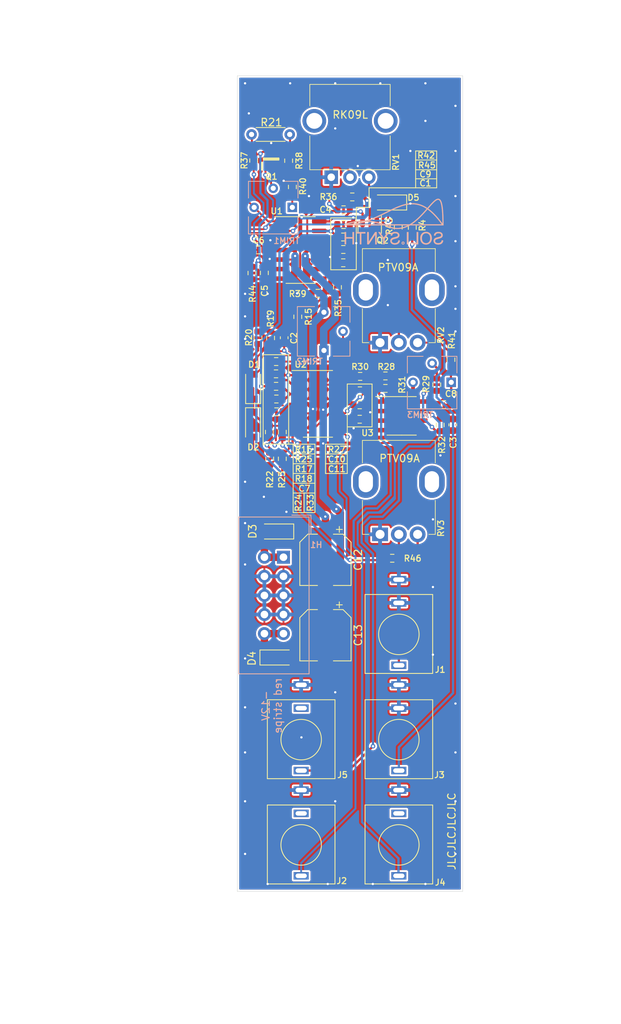
<source format=kicad_pcb>
(kicad_pcb (version 20211014) (generator pcbnew)
  (layers (0 "F.Cu" signal) (31 "B.Cu" signal) (34 "B.Paste" user) (35 "F.Paste" user) (36 "B.SilkS" user "B.Silkscreen") (37 "F.SilkS" user "F.Silkscreen") (38 "B.Mask" user) (39 "F.Mask" user) (44 "Edge.Cuts" user))
  (net 0 "")
  (net 1 "Net-(C1-Pad1)")
  (net 2 "Net-(C1-Pad2)")
  (net 3 "GND")
  (net 4 "+12V")
  (net 5 "-12V")
  (net 6 "Net-(D3-Pad2)")
  (net 7 "Net-(D4-Pad1)")
  (net 8 "SAWTOOTH")
  (net 9 "SQUARE")
  (net 10 "TRIANGLE")
  (net 11 "Net-(D1-Pad1)")
  (net 12 "Net-(D2-Pad2)")
  (net 13 "Net-(J1-Pad3)")
  (net 14 "Net-(J3-Pad3)")
  (net 15 "Net-(R21-Pad2)")
  (net 19 "Net-(Q1-Pad1)")
  (net 20 "Net-(Q1-Pad2)")
  (net 21 "/+5V")
  (net 22 "Net-(R17-Pad2)")
  (net 23 "Net-(C2-Pad1)")
  (net 24 "Net-(C2-Pad2)")
  (net 25 "Net-(C3-Pad1)")
  (net 26 "Net-(C4-Pad1)")
  (net 27 "Net-(C4-Pad2)")
  (net 28 "Net-(C5-Pad1)")
  (net 29 "Net-(C5-Pad2)")
  (net 30 "Net-(R36-Pad2)")
  (net 31 "Net-(R38-Pad1)")
  (net 32 "Net-(R40-Pad1)")
  (net 33 "Net-(R41-Pad2)")
  (net 34 "Net-(R43-Pad1)")
  (net 35 "Net-(R46-Pad1)")
  (net 36 "Net-(R15-Pad1)")
  (net 37 "Net-(R15-Pad2)")
  (net 38 "Net-(R22-Pad2)")
  (net 39 "Net-(R21-Pad1)")
  (net 40 "Net-(R31-Pad1)")
  (net 41 "Net-(TRIM3-Pad2)")
  (net 42 "Net-(U2-Pad12)")
  (net 43 "Net-(R28-Pad1)")
  (net 44 "Net-(TRIM2-Pad2)")
  (footprint "passive_parts:C_0603_1608Metric" (layer "F.Cu") (at 114.14 49.33)
    (fp_text reference "C4")
    (fp_text value "360p" hide)
  )
  (footprint "passive_parts:C_0603_1608Metric" (layer "F.Cu") (at 103.6 57.725 -90)
    (fp_text reference "C5")
    (fp_text value "100p" hide)
  )
  (footprint "passive_parts:C_0603_1608Metric" (layer "F.Cu") (at 127.49 75.24)
    (fp_text reference "C8")
    (fp_text value "100n" hide)
  )
  (footprint "passive_parts:C_0603_1608Metric" (layer "F.Cu") (at 114.11 54.61 180)
    (fp_text reference "C9")
    (fp_text value "100n" hide)
  )
  (footprint "passive_parts:C_0603_1608Metric" (layer "F.Cu") (at 116.29 75.27 180)
    (fp_text reference "C10")
    (fp_text value "100n" hide)
  )
  (footprint "passive_parts:C_0603_1608Metric" (layer "F.Cu") (at 116.29 77.19)
    (fp_text reference "C11")
    (fp_text value "100n" hide)
  )
  (footprint "passive_parts:CP_Elec_6.3x5.4" (layer "F.Cu") (at 111.73 105.92 -90)
    (fp_text reference "C13")
    (fp_text value "47u")
  )
  (footprint "Diode_SMD:D_SOD-123" (layer "F.Cu") (at 105.26 92.12 180)
    (fp_text reference "D3")
    (fp_text value "D")
  )
  (footprint "Diode_SMD:D_SOD-123" (layer "F.Cu") (at 105.26 108.88)
    (fp_text reference "D4")
    (fp_text value "D")
  )
  (footprint "passive_parts:CP_Elec_6.3x5.4" (layer "F.Cu") (at 111.73 95.89 -90)
    (fp_text reference "C12")
    (fp_text value "47u")
  )
  (footprint "passive_parts:C_0603_1608Metric" (layer "F.Cu") (at 105.21 76.2 180)
    (fp_text reference "C7")
    (fp_text value "100n" hide)
  )
  (footprint "passive_parts:C_0603_1608Metric" (layer "F.Cu") (at 128.68 77.93 90)
    (fp_text reference "C3")
    (fp_text value "18p")
  )
  (footprint "passive_parts:C_0603_1608Metric" (layer "F.Cu") (at 114.1 56.38)
    (fp_text reference "C1")
    (fp_text value "33n" hide)
  )
  (footprint "ic_packages:SOT-23" (layer "F.Cu") (at 117.62 51.81 -90)
    (fp_text reference "Q2")
    (fp_text value "MMBFJ111")
  )
  (footprint "passive_parts:C_0603_1608Metric" (layer "F.Cu") (at 102.77 54.665 180)
    (fp_text reference "C6")
    (fp_text value "100n" hide)
  )
  (footprint "passive_parts:R_0603_1608Metric" (layer "F.Cu") (at 105.99 82.45 -90)
    (fp_text reference "R23")
    (fp_text value "10k" hide)
  )
  (footprint "ic_packages:SOIC-14_3.9x8.7mm_P1.27mm" (layer "F.Cu") (at 108.43 54.68)
    (fp_text reference "U1")
    (fp_text value "TL074")
  )
  (footprint "passive_parts:R_0603_1608Metric" (layer "F.Cu") (at 113.33 59.64 -90)
    (fp_text reference "R35")
    (fp_text value "680R" hide)
  )
  (footprint "passive_parts:R_0603_1608Metric" (layer "F.Cu") (at 121.42 51.66 90)
    (fp_text reference "R43")
    (fp_text value "100k" hide)
  )
  (footprint "ic_packages:SOD-123" (layer "F.Cu") (at 102.1 77.91 -90)
    (fp_text reference "D2")
    (fp_text value "1N5819HW-7-F" hide)
  )
  (footprint "passive_parts:R_0603_1608Metric" (layer "F.Cu") (at 120.62 95.68 180)
    (fp_text reference "R46")
    (fp_text value "560k" hide)
  )
  (footprint "passive_parts:R_0603_1608Metric" (layer "F.Cu") (at 107.33 46.29 90)
    (fp_text reference "R40")
    (fp_text value "390R" hide)
  )
  (footprint "passive_parts:R_0603_1608Metric" (layer "F.Cu") (at 116.32 73.41 180)
    (fp_text reference "R27")
    (fp_text value "2k2" hide)
  )
  (footprint "ic_packages:SOD-123" (layer "F.Cu") (at 120.29 48.36 180)
    (fp_text reference "D5")
    (fp_text value "1N5819HW-7-F" hide)
  )
  (footprint "potentiometers:PTV09A" (layer "F.Cu") (at 121.5 85.5)
    (fp_text reference "RV3")
    (fp_text value "PTV09A-4025U-B103" hide)
  )
  (footprint "passive_parts:R_0603_1608Metric" (layer "F.Cu") (at 101.95 57.745 -90)
    (fp_text reference "R44")
    (fp_text value "10k" hide)
  )
  (footprint "passive_parts:R_0603_1608Metric" (layer "F.Cu") (at 106.83 42.8 90)
    (fp_text reference "R38")
    (fp_text value "100k" hide)
  )
  (footprint "audio_jacks:WQP-PJ398SM" (layer "F.Cu") (at 108.5 119 180)
    (fp_text reference "J5")
    (fp_text value "Thonkiconn")
  )
  (footprint "passive_parts:R_0603_1608Metric" (layer "F.Cu") (at 105.16 72.81)
    (fp_text reference "R17")
    (fp_text value "20k" hide)
  )
  (footprint "passive_parts:C_0603_1608Metric" (layer "F.Cu") (at 106.24 66.35 90)
    (fp_text reference "C2")
    (fp_text value "33n")
  )
  (footprint "passive_parts:R_0603_1608Metric" (layer "F.Cu") (at 123.29 51.7 90)
    (fp_text reference "R4")
    (fp_text value "100k" hide)
  )
  (footprint "passive_parts:R_0603_1608Metric" (layer "F.Cu") (at 105.99 78.89 -90)
    (fp_text reference "R33")
    (fp_text value "10k" hide)
  )
  (footprint "audio_jacks:WQP-PJ398SM" (layer "F.Cu") (at 121.5 133 180)
    (fp_text reference "J4")
    (fp_text value "Thonkiconn")
  )
  (footprint "Resistor_THT:R_Axial_DIN0204_L3.6mm_D1.6mm_P5.08mm_Horizontal" (layer "F.Cu") (at 106.975288 39.306394 180)
    (fp_text reference "R21")
    (fp_text value "R")
  )
  (footprint "passive_parts:R_0603_1608Metric" (layer "F.Cu") (at 104.43 66.38 -90)
    (fp_text reference "R19")
    (fp_text value "1k" hide)
  )
  (footprint "passive_parts:R_0603_1608Metric" (layer "F.Cu") (at 102.75 66.35 -90)
    (fp_text reference "R20")
    (fp_text value "1k" hide)
  )
  (footprint "passive_parts:R_0603_1608Metric" (layer "F.Cu") (at 115.3 47.62 180)
    (fp_text reference "R36")
    (fp_text value "1k" hide)
  )
  (footprint "passive_parts:R_0603_1608Metric" (layer "F.Cu") (at 127 77.95 90)
    (fp_text reference "R32")
    (fp_text value "20k" hide)
  )
  (footprint "ic_packages:SOIC-14_3.9x8.7mm_P1.27mm" (layer "F.Cu") (at 110.73 75.14)
    (fp_text reference "U2")
    (fp_text value "TL074")
  )
  (footprint "passive_parts:R_0603_1608Metric" (layer "F.Cu") (at 104.31 82.45 -90)
    (fp_text reference "R22")
    (fp_text value "10k" hide)
  )
  (footprint "passive_parts:R_0603_1608Metric" (layer "F.Cu") (at 128.43 69.27 90)
    (fp_text reference "R41")
    (fp_text value "100k" hide)
  )
  (footprint "audio_jacks:WQP-PJ398SM" (layer "F.Cu") (at 108.5 133 180)
    (fp_text reference "J2")
    (fp_text value "Thonkiconn")
  )
  (footprint "passive_parts:R_0603_1608Metric" (layer "F.Cu") (at 108.05 63.56 -90)
    (fp_text reference "R15")
    (fp_text value "10k" hide)
  )
  (footprint "potentiometers:RK09L" (layer "F.Cu") (at 115 37.5)
    (fp_text reference "RV1")
    (fp_text value "RK09L1140A66" hide)
  )
  (footprint "passive_parts:R_0603_1608Metric" (layer "F.Cu") (at 105.17 69.52 180)
    (fp_text reference "R16")
    (fp_text value "30k" hide)
  )
  (footprint "passive_parts:R_0603_1608Metric" (layer "F.Cu") (at 105.2 74.5)
    (fp_text reference "R18")
    (fp_text value "10k" hide)
  )
  (footprint "passive_parts:R_0603_1608Metric" (layer "F.Cu") (at 105.15 71.15)
    (fp_text reference "R25")
    (fp_text value "20k" hide)
  )
  (footprint "passive_parts:R_0603_1608Metric" (layer "F.Cu") (at 116.35 71.49 180)
    (fp_text reference "R30")
    (fp_text value "2M2" hide)
  )
  (footprint "audio_jacks:WQP-PJ398SM" (layer "F.Cu") (at 121.5 105 180)
    (fp_text reference "J1")
    (fp_text value "Thonkiconn")
  )
  (footprint "passive_parts:R_0603_1608Metric" (layer "F.Cu") (at 119.71 71.43)
    (fp_text reference "R28")
    (fp_text value "20k" hide)
  )
  (footprint "audio_jacks:WQP-PJ398SM" (layer "F.Cu") (at 121.5 119 180)
    (fp_text reference "J3")
    (fp_text value "Thonkiconn")
  )
  (footprint "passive_parts:R_0603_1608Metric" (layer "F.Cu") (at 126.55 72.59 90)
    (fp_text reference "R29")
    (fp_text value "1M" hide)
  )
  (footprint "passive_parts:R_0603_1608Metric" (layer "F.Cu") (at 114.11 52.95)
    (fp_text reference "R45")
    (fp_text value "7k5" hide)
  )
  (footprint "ic_packages:SOIC-8_3.9x4.9mm_P1.27mm" (layer "F.Cu") (at 121.87 76.74)
    (fp_text reference "U3")
    (fp_text value "TL072")
  )
  (footprint "passive_parts:R_0603_1608Metric" (layer "F.Cu") (at 119.71 73.09 180)
    (fp_text reference "R31")
    (fp_text value "8k2" hide)
  )
  (footprint "passive_parts:R_0603_1608Metric" (layer "F.Cu") (at 104.27 78.89 -90)
    (fp_text reference "R24")
    (fp_text value "18k" hide)
  )
  (footprint "passive_parts:R_0603_1608Metric" (layer "F.Cu") (at 102.18 42.78 90)
    (fp_text reference "R37")
    (fp_text value "1M" hide)
  )
  (footprint "ic_packages:SOD-123" (layer "F.Cu") (at 102.11 72.86 90)
    (fp_text reference "D1")
    (fp_text value "1N5819HW-7-F" hide)
  )
  (footprint "ic_packages:SOT65P210X110-6N" (layer "F.Cu") (at 104.5 42.58 90)
    (fp_text reference "Q1")
    (fp_text value "BCM847BS,115" hide)
  )
  (footprint "potentiometers:PTV09A" (layer "F.Cu") (at 121.5 60)
    (fp_text reference "RV2")
    (fp_text value "PTV09A-4025U-B103" hide)
  )
  (footprint "passive_parts:R_0603_1608Metric" (layer "F.Cu") (at 114.14 51.3 180)
    (fp_text reference "R42")
    (fp_text value "10k" hide)
  )
  (footprint "passive_parts:R_0603_1608Metric" (layer "F.Cu") (at 110.71 60.44 180)
    (fp_text reference "R39")
    (fp_text value "15k" hide)
  )
  (footprint "potentiometers:3362P" (layer "B.Cu") (at 104.98 49.04 180)
    (fp_text reference "TRIM1")
    (fp_text value "3362P-1-101LF")
  )
  (footprint "connectors:Modular_Power_Header_2x05_P2.54mm_Vertical" (layer "B.Cu") (at 106.145 95.545 180)
    (fp_text reference "H1")
    (fp_text value "PINHEADER_02x05")
  )
  (footprint "logos:solisynth_13mm_4000DPI" (layer "B.Cu") (at 120.835288 50.906394 180)
    (fp_text reference "G***" hide)
    (fp_text value "LOGO" hide)
  )
  (footprint "potentiometers:3362P" (layer "B.Cu") (at 111.5 65.7 90)
    (fp_text reference "TRIM2")
    (fp_text value "3362P-1-104LF")
  )
  (footprint "potentiometers:3362P" (layer "B.Cu") (at 126.13 72.31 180)
    (fp_text reference "TRIM3")
    (fp_text value "3362P-1-104LF")
  )
  (gr_line (start 117.535288 49.006394) (end 117.535288 46.406394) (layer "F.SilkS") (width 0.12))
  (gr_line (start 111.735288 84.406394) (end 114.635288 84.406394) (layer "F.SilkS") (width 0.12))
  (gr_line (start 123.735288 42.706394) (end 126.535288 42.706394) (layer "F.SilkS") (width 0.12))
  (gr_line (start 117.935288 72.506394) (end 114.635288 72.506394) (layer "F.SilkS") (width 0.12))
  (gr_line (start 108.885288 87.006394) (end 108.885288 89.606394) (layer "F.SilkS") (width 0.12))
  (gr_line (start 114.635288 78.206394) (end 117.935288 78.206394) (layer "F.SilkS") (width 0.12))
  (gr_line (start 112.435288 57.306394) (end 115.835288 57.306394) (layer "F.SilkS") (width 0.12))
  (gr_line (start 117.935288 78.206394) (end 117.935288 72.506394) (layer "F.SilkS") (width 0.12))
  (gr_line (start 114.635288 78.206394) (end 114.635288 80.506394) (layer "F.SilkS") (width 0.12))
  (gr_line (start 111.735288 80.506394) (end 114.635288 80.506394) (layer "F.SilkS") (width 0.12))
  (gr_line (start 117.535288 49.006394) (end 115.835288 49.006394) (layer "F.SilkS") (width 0.12))
  (gr_line (start 107.435288 83.106394) (end 110.335288 83.106394) (layer "F.SilkS") (width 0.12))
  (gr_line (start 114.635288 72.506394) (end 114.635288 78.206394) (layer "F.SilkS") (width 0.12))
  (gr_line (start 107.435288 81.806394) (end 110.335288 81.806394) (layer "F.SilkS") (width 0.12))
  (gr_line (start 123.735288 46.406394) (end 123.735288 41.506394) (layer "F.SilkS") (width 0.12))
  (gr_line (start 111.735288 83.106394) (end 114.635288 83.106394) (layer "F.SilkS") (width 0.12))
  (gr_line (start 110.335288 80.506394) (end 110.335288 89.606394) (layer "F.SilkS") (width 0.12))
  (gr_line (start 112.435288 50.406394) (end 112.435288 57.306394) (layer "F.SilkS") (width 0.12))
  (gr_line (start 114.635288 80.506394) (end 114.635288 84.406394) (layer "F.SilkS") (width 0.12))
  (gr_line (start 107.435288 87.006394) (end 110.335288 87.006394) (layer "F.SilkS") (width 0.12))
  (gr_line (start 106.835288 80.506394) (end 106.835288 68.606394) (layer "F.SilkS") (width 0.12))
  (gr_line (start 115.835288 50.406394) (end 112.435288 50.406394) (layer "F.SilkS") (width 0.12))
  (gr_line (start 123.735288 41.506394) (end 126.535288 41.506394) (layer "F.SilkS") (width 0.12))
  (gr_line (start 107.435288 84.406394) (end 110.335288 84.406394) (layer "F.SilkS") (width 0.12))
  (gr_line (start 126.535288 41.506394) (end 126.535288 46.406394) (layer "F.SilkS") (width 0.12))
  (gr_line (start 111.735288 81.806394) (end 114.635288 81.806394) (layer "F.SilkS") (width 0.12))
  (gr_line (start 106.835288 80.506394) (end 107.435288 80.506394) (layer "F.SilkS") (width 0.12))
  (gr_line (start 126.535288 46.406394) (end 123.735288 46.406394) (layer "F.SilkS") (width 0.12))
  (gr_line (start 115.835288 57.306394) (end 115.835288 49.006394) (layer "F.SilkS") (width 0.12))
  (gr_line (start 107.435288 89.606394) (end 110.335288 89.606394) (layer "F.SilkS") (width 0.12))
  (gr_line (start 107.435288 85.706394) (end 110.335288 85.706394) (layer "F.SilkS") (width 0.12))
  (gr_line (start 103.435288 68.606394) (end 103.435288 80.606394) (layer "F.SilkS") (width 0.12))
  (gr_line (start 111.735288 80.506394) (end 111.735288 84.406394) (layer "F.SilkS") (width 0.12))
  (gr_line (start 103.435288 80.506394) (end 106.835288 80.506394) (layer "F.SilkS") (width 0.12))
  (gr_line (start 106.835288 68.606394) (end 103.435288 68.606394) (layer "F.SilkS") (width 0.12))
  (gr_line (start 107.435288 80.506394) (end 107.435288 89.606394) (layer "F.SilkS") (width 0.12))
  (gr_line (start 107.435288 80.506394) (end 110.335288 80.506394) (layer "F.SilkS") (width 0.12))
  (gr_line (start 123.735288 45.206394) (end 126.535288 45.206394) (layer "F.SilkS") (width 0.12))
  (gr_line (start 117.535288 46.406394) (end 123.735288 46.406394) (layer "F.SilkS") (width 0.12))
  (gr_line (start 123.735288 44.006394) (end 126.535288 44.006394) (layer "F.SilkS") (width 0.12))
  (gr_line (start 100 140) (end 100 31.5) (layer "Edge.Cuts") (width 0.05))
  (gr_line (start 130 140) (end 130 31.5) (layer "Edge.Cuts") (width 0.05))
  (gr_line (start 100 31.5) (end 130 31.5) (layer "Edge.Cuts") (width 0.05))
  (gr_line (start 100 140) (end 130 140) (layer "Edge.Cuts") (width 0.05))
  (gr_text "-12V\nred stripe" (at 104.6 115.3 90) (layer "B.SilkS") (effects (font (size 1 1)) (justify mirror)))
  (gr_text "JLCJLCJLCJLC" (at 128.535288 132.006394 90) (layer "F.SilkS") (effects (font (size 1 1))))
  (segment (start 116.67 54.6) (end 116.67 50.8725) (width 0.3) (layer "F.Cu") (net 1))
  (segment (start 105.15 43.84) (end 105.15 43.53) (width 0.25) (layer "F.Cu") (net 1))
  (segment (start 105.83 44.52) (end 105.15 43.84) (width 0.25) (layer "F.Cu") (net 1))
  (segment (start 112.435 57.22) (end 113.275 56.38) (width 0.3) (layer "F.Cu") (net 1))
  (segment (start 108.76 44.52) (end 105.83 44.52) (width 0.25) (layer "F.Cu") (net 1))
  (segment (start 112.25 48.54) (end 112.25 48.01) (width 0.25) (layer "F.Cu") (net 1))
  (segment (start 112.25 48.01) (end 108.76 44.52) (width 0.25) (layer "F.Cu") (net 1))
  (segment (start 113.93 55.52) (end 115.75 55.52) (width 0.3) (layer "F.Cu") (net 1))
  (segment (start 116.67 50.8725) (end 116.67 49.83) (width 0.3) (layer "F.Cu") (net 1))
  (segment (start 113.275 56.38) (end 113.275 56.175) (width 0.3) (layer "F.Cu") (net 1))
  (segment (start 116.67 49.83) (end 116.4 49.56) (width 0.3) (layer "F.Cu") (net 1))
  (segment (start 110.905 57.22) (end 112.435 57.22) (width 0.3) (layer "F.Cu") (net 1))
  (segment (start 115.75 55.52) (end 116.67 54.6) (width 0.3) (layer "F.Cu") (net 1))
  (segment (start 113.275 56.175) (end 113.93 55.52) (width 0.3) (layer "F.Cu") (net 1))
  (via (at 112.25 48.54) (size 0.6) (drill 0.3) (layers "F.Cu" "B.Cu") (net 1))
  (via (at 116.4 49.56) (size 0.6) (drill 0.3) (layers "F.Cu" "B.Cu") (net 1))
  (segment (start 112.25 48.54) (end 112.25 48.55) (width 0.3) (layer "B.Cu") (net 1))
  (segment (start 113.26 49.56) (end 116.4 49.56) (width 0.3) (layer "B.Cu") (net 1))
  (segment (start 112.25 48.55) (end 113.26 49.56) (width 0.3) (layer "B.Cu") (net 1))
  (segment (start 113.33 58.815) (end 113.33 58.72) (width 0.3) (layer "F.Cu") (net 2))
  (segment (start 118.57 50.8725) (end 118.57 53.75) (width 0.3) (layer "F.Cu") (net 2))
  (segment (start 113.33 58.72) (end 114.925 57.125) (width 0.3) (layer "F.Cu") (net 2))
  (segment (start 118.57 53.75) (end 115.94 56.38) (width 0.3) (layer "F.Cu") (net 2))
  (segment (start 115.94 56.38) (end 114.925 56.38) (width 0.3) (layer "F.Cu") (net 2))
  (segment (start 114.925 57.125) (end 114.925 56.38) (width 0.3) (layer "F.Cu") (net 2))
  (segment (start 114.935 53.805) (end 115.795 53.805) (width 0.3) (layer "F.Cu") (net 3))
  (segment (start 104.5 40.46) (end 104.51 40.45) (width 0.3) (layer "F.Cu") (net 3))
  (segment (start 105.955 53.41) (end 104.43 53.41) (width 0.3) (layer "F.Cu") (net 3))
  (segment (start 118.805 77.375) (end 117.69 76.26) (width 0.3) (layer "F.Cu") (net 3))
  (segment (start 121.94 48.36) (end 122.888894 48.36) (width 0.3) (layer "F.Cu") (net 3))
  (segment (start 106.175 45.465) (end 106.17 45.47) (width 0.3) (layer "F.Cu") (net 3))
  (segment (start 104.5 41.63) (end 104.5 40.46) (width 0.3) (layer "F.Cu") (net 3))
  (segment (start 112.01 55.95) (end 112.35 55.61) (width 0.3) (layer "F.Cu") (net 3))
  (segment (start 128.315 74.775) (end 128.87 74.22) (width 0.3) (layer "F.Cu") (net 3))
  (segment (start 105.955 55.95) (end 104.39 55.95) (width 0.3) (layer "F.Cu") (net 3))
  (segment (start 119.395 77.375) (end 118.805 77.375) (width 0.3) (layer "F.Cu") (net 3))
  (segment (start 115.795 53.805) (end 115.83 53.77) (width 0.3) (layer "F.Cu") (net 3))
  (segment (start 122.888894 48.36) (end 123.035288 48.506394) (width 0.3) (layer "F.Cu") (net 3))
  (segment (start 115.465 77.19) (end 115.465 78.375) (width 0.3) (layer "F.Cu") (net 3))
  (segment (start 114.935 54.61) (end 114.935 53.805) (width 0.3) (layer "F.Cu") (net 3))
  (segment (start 104.43 53.41) (end 104.4 53.38) (width 0.3) (layer "F.Cu") (net 3))
  (segment (start 110.905 55.95) (end 112.01 55.95) (width 0.3) (layer "F.Cu") (net 3))
  (segment (start 104.39 55.95) (end 104.31 55.87) (width 0.3) (layer "F.Cu") (net 3))
  (segment (start 114.935 53.805) (end 114.935 52.95) (width 0.3) (layer "F.Cu") (net 3))
  (segment (start 115.465 78.375) (end 115.48 78.39) (width 0.3) (layer "F.Cu") (net 3))
  (segment (start 117.115 75.685) (end 117.69 76.26) (width 0.3) (layer "F.Cu") (net 3))
  (segment (start 117.115 75.27) (end 117.115 75.685) (width 0.3) (layer "F.Cu") (net 3))
  (segment (start 128.315 75.24) (end 128.315 74.775) (width 0.3) (layer "F.Cu") (net 3))
  (segment (start 107.33 45.465) (end 106.175 45.465) (width 0.3) (layer "F.Cu") (net 3))
  (via (at 107.035288 32.506394) (size 0.6) (drill 0.3) (layers "F.Cu" "B.Cu") (net 3))
  (via (at 129.035288 47.506394) (size 0.6) (drill 0.3) (layers "F.Cu" "B.Cu") (net 3))
  (via (at 126.035288 99.506394) (size 0.6) (drill 0.3) (layers "F.Cu" "B.Cu") (net 3))
  (via (at 118.035288 139.006394) (size 0.6) (drill 0.3) (layers "F.Cu" "B.Cu") (net 3))
  (via (at 106.17 45.47) (size 0.6) (drill 0.3) (layers "F.Cu" "B.Cu") (net 3))
  (via (at 101.035288 63.506394) (size 0.6) (drill 0.3) (layers "F.Cu" "B.Cu") (net 3))
  (via (at 120.035288 62.006394) (size 0.6) (drill 0.3) (layers "F.Cu" "B.Cu") (net 3))
  (via (at 129.035288 35.506394) (size 0.6) (drill 0.3) (layers "F.Cu" "B.Cu") (net 3))
  (via (at 129.035288 59.506394) (size 0.6) (drill 0.3) (layers "F.Cu" "B.Cu") (net 3))
  (via (at 101.035288 109.006394) (size 0.6) (drill 0.3) (layers "F.Cu" "B.Cu") (net 3))
  (via (at 112.35 55.61) (size 0.6) (drill 0.3) (layers "F.Cu" "B.Cu") (net 3))
  (via (at 125.035288 32.506394) (size 0.6) (drill 0.3) (layers "F.Cu" "B.Cu") (net 3))
  (via (at 106.535288 89.506394) (size 0.6) (drill 0.3) (layers "F.Cu" "B.Cu") (net 3))
  (via (at 101.535288 36.506394) (size 0.6) (drill 0.3) (layers "F.Cu" "B.Cu") (net 3))
  (via (at 117.69 76.26) (size 0.6) (drill 0.3) (layers "F.Cu" "B.Cu") (net 3))
  (via (at 101.035288 91.006394) (size 0.6) (drill 0.3) (layers "F.Cu" "B.Cu") (net 3))
  (via (at 112.035288 139.006394) (size 0.6) (drill 0.3) (layers "F.Cu" "B.Cu") (net 3))
  (via (at 113.035288 128.006394) (size 0.6) (drill 0.3) (layers "F.Cu" "B.Cu") (net 3))
  (via (at 129.035288 53.506394) (size 0.6) (drill 0.3) (layers "F.Cu" "B.Cu") (net 3))
  (via (at 125.035288 37.506394) (size 0.6) (drill 0.3) (layers "F.Cu" "B.Cu") (net 3))
  (via (at 101.035288 66.506394) (size 0.6) (drill 0.3) (layers "F.Cu" "B.Cu") (net 3))
  (via (at 127.035288 82.006394) (size 0.6) (drill 0.3) (layers "F.Cu" "B.Cu") (net 3))
  (via (at 101.035288 115.506394) (size 0.6) (drill 0.3) (layers "F.Cu" "B.Cu") (net 3))
  (via (at 101.035288 96.506394) (size 0.6) (drill 0.3) (layers "F.Cu" "B.Cu") (net 3))
  (via (at 109.535288 47.506394) (size 0.6) (drill 0.3) (layers "F.Cu" "B.Cu") (net 3))
  (via (at 115.48 78.39) (size 0.6) (drill 0.3) (layers "F.Cu" "B.Cu") (net 3))
  (via (at 123.035288 41.506394) (size 0.6) (drill 0.3) (layers "F.Cu" "B.Cu") (net 3))
  (via (at 129.035288 128.006394) (size 0.6) (drill 0.3) (layers "F.Cu" "B.Cu") (net 3))
  (via (at 128.87 74.22) (size 0.6) (drill 0.3) (layers "F.Cu" "B.Cu") (net 3))
  (via (at 101.035288 32.506394) (size 0.6) (drill 0.3) (layers "F.Cu" "B.Cu") (net 3))
  (via (at 107.955288 60.446394) (size 0.6) (drill 0.3) (layers "F.Cu" "B.Cu") (net 3))
  (via (at 103.535288 87.506394) (size 0.6) (drill 0.3) (layers "F.Cu" "B.Cu") (net 3))
  (via (at 104.4 53.38) (size 0.6) (drill 0.3) (layers "F.Cu" "B.Cu") (net 3))
  (via (at 113.035288 113.506394) (size 0.6) (drill 0.3) (layers "F.Cu" "B.Cu") (net 3))
  (via (at 101.035288 135.006394) (size 0.6) (drill 0.3) (layers "F.Cu" "B.Cu") (net 3))
  (via (at 104.035288 60.506394) (size 0.6) (drill 0.3) (layers "F.Cu" "B.Cu") (net 3))
  (via (at 125.035288 139.006394) (size 0.6) (drill 0.3) (layers "F.Cu" "B.Cu") (net 3))
  (via (at 101.035288 60.506394) (size 0.6) (drill 0.3) (layers "F.Cu" "B.Cu") (net 3))
  (via (at 115.83 53.77) (size 0.6) (drill 0.3) (layers "F.Cu" "B.Cu") (net 3))
  (via (at 120.035288 56.006394) (size 0.6) (drill 0.3) (layers "F.Cu" "B.Cu") (net 3))
  (via (at 129.035288 115.006394) (size 0.6) (drill 0.3) (layers "F.Cu" "B.Cu") (net 3))
  (via (at 108.535288 119.506394) (size 0.6) (drill 0.3) (layers "F.Cu" "B.Cu") (net 3))
  (via (at 123.035288 48.506394) (size 0.6) (drill 0.3) (layers "F.Cu" "B.Cu") (net 3))
  (via (at 104.035288 63.506394) (size 0.6) (drill 0.3) (layers "F.Cu" "B.Cu") (net 3))
  (via (at 116.035288 43.506394) (size 0.6) (drill 0.3) (layers "F.Cu" "B.Cu") (net 3))
  (via (at 129.035288 135.006394) (size 0.6) (drill 0.3) (layers "F.Cu" "B.Cu") (net 3))
  (via (at 101.035288 121.506394) (size 0.6) (drill 0.3) (layers "F.Cu" "B.Cu") (net 3))
  (via (at 129.035288 62.506394) (size 0.6) (drill 0.3) (layers "F.Cu" "B.Cu") (net 3))
  (via (at 126.035288 90.506394) (size 0.6) (drill 0.3) (layers "F.Cu" "B.Cu") (net 3))
  (via (at 119.035288 32.506394) (size 0.6) (drill 0.3) (layers "F.Cu" "B.Cu") (net 3))
  (via (at 129.035288 121.506394) (size 0.6) (drill 0.3) (layers "F.Cu" "B.Cu") (net 3))
  (via (at 113.035288 32.506394) (size 0.6) (drill 0.3) (layers "F.Cu" "B.Cu") (net 3))
  (via (at 101.035288 85.506394) (size 0.6) (drill 0.3) (layers "F.Cu" "B.Cu") (net 3))
  (via (at 104.035288 139.006394) (size 0.6) (drill 0.3) (layers "F.Cu" "B.Cu") (net 3))
  (via (at 101.035288 128.006394) (size 0.6) (drill 0.3) (layers "F.Cu" "B.Cu") (net 3))
  (via (at 104.51 40.45) (size 0.6) (drill 0.3) (layers "F.Cu" "B.Cu") (net 3))
  (via (at 129.035288 41.506394) (size 0.6) (drill 0.3) (layers "F.Cu" "B.Cu") (net 3))
  (via (at 113.035288 38.506394) (size 0.6) (drill 0.3) (layers "F.Cu" "B.Cu") (net 3))
  (via (at 126.035288 108.506394) (size 0.6) (drill 0.3) (layers "F.Cu" "B.Cu") (net 3))
  (via (at 129.035288 65.506394) (size 0.6) (drill 0.3) (layers "F.Cu" "B.Cu") (net 3))
  (via (at 104.31 55.87) (size 0.6) (drill 0.3) (layers "F.Cu" "B.Cu") (net 3))
  (segment (start 115.44 50.825) (end 114.965 51.3) (width 0.5) (layer "F.Cu") (net 4))
  (segment (start 107.01 75.14) (end 108.255 75.14) (width 0.3) (layer "F.Cu") (net 4))
  (segment (start 105.955 54.68) (end 107.61 54.68) (width 0.5) (layer "F.Cu") (net 4))
  (segment (start 105.955 54.68) (end 103.61 54.68) (width 0.3) (layer "F.Cu") (net 4))
  (segment (start 122.26 76.08) (end 123.505 74.835) (width 0.5) (layer "F.Cu") (net 4))
  (segment (start 106.035 76.2) (end 106.035 76.115) (width 0.3) (layer "F.Cu") (net 4))
  (segment (start 102.18 43.605) (end 102.18 44.6) (width 0.25) (layer "F.Cu") (net 4))
  (segment (start 103.595 54.525) (end 103.595 54.665) (width 0.25) (layer "F.Cu") (net 4))
  (segment (start 128.43 70.095) (end 128.43 72.24) (width 0.3) (layer "F.Cu") (net 4))
  (segment (start 103.61 54.68) (end 103.595 54.665) (width 0.3) (layer "F.Cu") (net 4))
  (segment (start 115.44 50.35) (end 115.44 50.825) (width 0.5) (layer "F.Cu") (net 4))
  (segment (start 126.05 75.24) (end 125.645 74.835) (width 0.3) (layer "F.Cu") (net 4))
  (segment (start 126.665 75.215) (end 128.47 73.41) (width 0.3) (layer "F.Cu") (net 4))
  (segment (start 102.23 53.16) (end 103.595 54.525) (width 0.25) (layer "F.Cu") (net 4))
  (segment (start 109.38 75.14) (end 108.255 75.14) (width 0.5) (layer "F.Cu") (net 4))
  (segment (start 125.645 74.835) (end 124.345 74.835) (width 0.3) (layer "F.Cu") (net 4))
  (segment (start 126.665 75.24) (end 126.665 75.215) (width 0.3) (layer "F.Cu") (net 4))
  (segment (start 122.255 77.861827) (end 122.26 77.856827) (width 0.5) (layer "F.Cu") (net 4))
  (segment (start 128.47 73.41) (end 128.47 72.28) (width 0.3) (layer "F.Cu") (net 4))
  (segment (start 122.26 77.856827) (end 122.26 76.08) (width 0.5) (layer "F.Cu") (net 4))
  (segment (start 110.03 81.17) (end 116.99 81.17) (width 0.5) (layer "F.Cu") (net 4))
  (segment (start 121.19 79.63) (end 122.255 78.565) (width 0.5) (layer "F.Cu") (net 4))
  (segment (start 110.07 75.83) (end 109.38 75.14) (width 0.5) (layer "F.Cu") (net 4))
  (segment (start 107.69 54.6) (end 107.69 55.47) (width 0.5) (layer "F.Cu") (net 4))
  (segment (start 111.71 90.14) (end 111.73 90.16) (width 1) (layer "F.Cu") (net 4))
  (segment (start 110.76 92.12) (end 111.73 93.09) (width 1) (layer "F.Cu") (net 4))
  (segment (start 107.61 54.68) (end 107.69 54.6) (width 0.3) (layer "F.Cu") (net 4))
  (segment (start 106.035 76.115) (end 107.01 75.14) (width 0.3) (layer "F.Cu") (net 4))
  (segment (start 116.81 47.62) (end 116.125 47.62) (width 0.5) (layer "F.Cu") (net 4))
  (segment (start 117.27 48.08) (end 116.81 47.62) (width 0.5) (layer "F.Cu") (net 4))
  (segment (start 123.505 74.835) (end 124.345 74.835) (width 0.5) (layer "F.Cu") (net 4))
  (segment (start 111.73 90.16) (end 111.73 93.09) (width 1) (layer "F.Cu") (net 4))
  (segment (start 102.18 44.6) (end 102.21 44.63) (width 0.25) (layer "F.Cu") (net 4))
  (segment (start 126.665 75.24) (end 126.05 75.24) (width 0.3) (layer "F.Cu") (net 4))
  (segment (start 117.27 48.13) (end 117.27 48.08) (width 0.5) (layer "F.Cu") (net 4))
  (segment (start 118.53 79.63) (end 121.19 79.63) (width 0.5) (layer "F.Cu") (net 4))
  (segment (start 128.43 72.24) (end 128.47 72.28) (width 0.3) (layer "F.Cu") (net 4))
  (segment (start 122.255 78.565) (end 122.255 77.861827) (width 0.5) (layer "F.Cu") (net 4))
  (segment (start 106.91 92.12) (end 110.76 92.12) (width 1) (layer "F.Cu") (net 4))
  (segment (start 116.99 81.17) (end 118.53 79.63) (width 0.5) (layer "F.Cu") (net 4))
  (segment (start 108.39 53.9) (end 107.69 54.6) (width 0.5) (layer "F.Cu") (net 4))
  (segment (start 108.57 50.33) (end 108.39 50.51) (width 0.5) (layer "F.Cu") (net 4))
  (segment (start 108.39 50.51) (end 108.39 53.9) (width 0.5) (layer "F.Cu") (net 4))
  (via (at 108.57 50.33) (size 0.6) (drill 0.3) (layers "F.Cu" "B.Cu") (net 4))
  (via (at 110.03 81.17) (size 0.6) (drill 0.3) (layers "F.Cu" "B.Cu") (net 4))
  (via (at 102.23 53.16) (size 0.6) (drill 0.3) (layers "F.Cu" "B.Cu") (net 4))
  (via (at 117.27 48.13) (size 0.6) (drill 0.3) (layers "F.Cu" "B.Cu") (net 4))
  (via (at 111.71 90.14) (size 0.6) (drill 0.3) (layers "F.Cu" "B.Cu") (net 4))
  (via (at 110.07 75.83) (size 0.6) (drill 0.3) (layers "F.Cu" "B.Cu") (net 4))
  (via (at 115.44 50.35) (size 0.6) (drill 0.3) (layers "F.Cu" "B.Cu") (net 4))
  (via (at 107.69 55.47) (size 0.6) (drill 0.3) (layers "F.Cu" "B.Cu") (net 4))
  (via (at 102.21 44.63) (size 0.6) (drill 0.3) (layers "F.Cu" "B.Cu") (net 4))
  (segment (start 111.71 90.14) (end 111.69 90.14) (width 1) (layer "B.Cu") (net 4))
  (segment (start 110.04 88.49) (end 110.04 75.86) (width 1) (layer "B.Cu") (net 4))
  (segment (start 107.69 57.181106) (end 107.69 55.47) (width 1) (layer "B.Cu") (net 4))
  (segment (start 102.23 51.14) (end 103.48 49.89) (width 0.25) (layer "B.Cu") (net 4))
  (segment (start 110.07 75.83) (end 110.07 64.42) (width 1) (layer "B.Cu") (net 4))
  (segment (start 102.23 53.16) (end 102.23 51.14) (width 0.25) (layer "B.Cu") (net 4))
  (segment (start 111.53 62.96) (end 111.53 61.021106) (width 1) (layer "B.Cu") (net 4))
  (segment (start 103.48 48.42) (end 102.21 47.15) (width 0.25) (layer "B.Cu") (net 4))
  (segment (start 111.53 61.021106) (end 107.69 57.181106) (width 1) (layer "B.Cu") (net 4))
  (segment (start 117.02 50.19) (end 117.27 49.94) (width 0.5) (layer "B.Cu") (net 4))
  (segment (start 115.43 50.36) (end 108.6 50.36) (width 0.5) (layer "B.Cu") (net 4))
  (segment (start 102.21 47.15) (end 102.21 44.63) (width 0.25) (layer "B.Cu") (net 4))
  (segment (start 115.44 50.35) (end 116.86 50.35) (width 0.5) (layer "B.Cu") (net 4))
  (segment (start 103.48 49.89) (end 103.48 48.42) (width 0.25) (layer "B.Cu") (net 4))
  (segment (start 116.86 50.35) (end 117.02 50.19) (width 0.5) (layer "B.Cu") (net 4))
  (segment (start 108.6 50.36) (end 108.57 50.33) (width 0.5) (layer "B.Cu") (net 4))
  (segment (start 111.69 90.14) (end 110.04 88.49) (width 1) (layer "B.Cu") (net 4))
  (segment (start 110.07 64.42) (end 111.53 62.96) (width 1) (layer "B.Cu") (net 4))
  (segment (start 117.27 49.94) (end 117.27 48.13) (width 0.5) (layer "B.Cu") (net 4))
  (segment (start 115.44 50.35) (end 115.43 50.36) (width 0.5) (layer "B.Cu") (net 4))
  (segment (start 113.71 89.67) (end 113.71 107.46) (width 1) (layer "F.Cu") (net 5))
  (segment (start 123.39 73.78) (end 123.39 72.28) (width 0.5) (layer "F.Cu") (net 5))
  (segment (start 115.465 75.665) (end 116.99 77.19) (width 0.3) (layer "F.Cu") (net 5))
  (segment (start 119.395 78.645) (end 120.925 78.645) (width 0.5) (layer "F.Cu") (net 5))
  (segment (start 111.43 80.41) (end 116.47 80.41) (width 0.5) (layer "F.Cu") (net 5))
  (segment (start 121.39 78.18) (end 121.39 75.78) (width 0.5) (layer "F.Cu") (net 5))
  (segment (start 113.71 107.46) (end 112.45 108.72) (width 1) (layer "F.Cu") (net 5))
  (segment (start 108.004788 80.416394) (end 108.011182 80.41) (width 0.5) (layer "F.Cu") (net 5))
  (segment (start 111.43 75.92) (end 112.21 75.14) (width 0.5) (layer "F.Cu") (net 5))
  (segment (start 116.47 80.41) (end 118.235 78.645) (width 0.5) (layer "F.Cu") (net 5))
  (segment (start 111.57 108.88) (end 111.73 108.72) (width 1) (layer "F.Cu") (net 5))
  (segment (start 112.21 75.14) (end 113.205 75.14) (width 0.5) (layer "F.Cu") (net 5))
  (segment (start 113.255 75.19) (end 113.205 75.14) (width 0.3) (layer "F.Cu") (net 5))
  (segment (start 104.98 80.66) (end 104.27 79.95) (width 0.25) (layer "F.Cu") (net 5))
  (segment (start 115.465 75.27) (end 115.465 75.665) (width 0.3) (layer "F.Cu") (net 5))
  (segment (start 112.45 108.72) (end 111.73 108.72) (width 1) (layer "F.Cu") (net 5))
  (segment (start 113.245 54.57) (end 113.285 54.61) (width 0.25) (layer "F.Cu") (net 5))
  (segment (start 115.385 75.19) (end 113.255 75.19) (width 0.3) (layer "F.Cu") (net 5))
  (segment (start 120.925 78.645) (end 121.39 78.18) (width 0.5) (layer "F.Cu") (net 5))
  (segment (start 109.03 55.08) (end 109.43 54.68) (width 0.5) (layer "F.Cu") (net 5))
  (segment (start 117.115 77.19) (end 117.115 77.505) (width 0.3) (layer "F.Cu") (net 5))
  (segment (start 118.255 78.645) (end 119.395 78.645) (width 0.3) (layer "F.Cu") (net 5))
  (segment (start 113.18 89.14) (end 113.71 89.67) (width 1) (layer "F.Cu") (net 5))
  (segment (start 109.43 54.68) (end 110.905 54.68) (width 0.5) (layer "F.Cu") (net 5))
  (segment (start 113.215 54.68) (end 113.285 54.61) (width 0.3) (layer "F.Cu") (net 5))
  (segment (start 106.91 108.88) (end 111.57 108.88) (width 1) (layer "F.Cu") (net 5))
  (segment (start 116.99 77.19) (end 117.115 77.19) (width 0.3) (layer "F.Cu") (net 5))
  (segment (start 110.905 54.68) (end 113.215 54.68) (width 0.3) (layer "F.Cu") (net 5))
  (segment (start 115.465 75.27) (end 115.385 75.19) (width 0.3) (layer "F.Cu") (net 5))
  (segment (start 118.235 78.645) (end 119.395 78.645) (width 0.5) (layer "F.Cu") (net 5))
  (segment (start 117.115 77.505) (end 118.255 78.645) (width 0.3) (layer "F.Cu") (net 5))
  (segment (start 104.27 79.95) (end 104.27 79.715) (width 0.25) (layer "F.Cu") (net 5))
  (segment (start 109.03 55.49) (end 109.03 55.08) (width 0.5) (layer "F.Cu") (net 5))
  (segment (start 121.39 75.78) (end 123.39 73.78) (width 0.5) (layer "F.Cu") (net 5))
  (segment (start 108.011182 80.41) (end 111.43 80.41) (width 0.5) (layer "F.Cu") (net 5))
  (via (at 113.18 89.14) (size 0.6) (drill 0.3) (layers "F.Cu" "B.Cu") (net 5))
  (via (at 111.43 80.41) (size 0.6) (drill 0.3) (layers "F.Cu" "B.Cu") (net 5))
  (via (at 108.004788 80.416394) (size 0.6) (drill 0.3) (layers "F.Cu" "B.Cu") (net 5))
  (via (at 109.03 55.49) (size 0.6) (drill 0.3) (layers "F.Cu" "B.Cu") (net 5))
  (via (at 111.43 75.92) (size 0.6) (drill 0.3) (layers "F.Cu" "B.Cu") (net 5))
  (via (at 104.98 80.66) (size 0.6) (drill 0.3) (layers "F.Cu" "B.Cu") (net 5))
  (segment (start 111.43 75.92) (end 111.43 68.14) (width 1) (layer "B.Cu") (net 5))
  (segment (start 113.18 89.14) (end 113.1 89.14) (width 1) (layer "B.Cu") (net 5))
  (segment (start 113.015288 63.716394) (end 113.015288 60.565288) (width 1) (layer "B.Cu") (net 5))
  (segment (start 113.1 89.14) (end 111.43 87.47) (width 1) (layer "B.Cu") (net 5))
  (segment (start 107.438394 79.85) (end 105.79 79.85) (width 0.25) (layer "B.Cu") (net 5))
  (segment (start 111.495288 65.236394) (end 113.015288 63.716394) (width 1) (layer "B.Cu") (net 5))
  (segment (start 111.495288 68.005288) (end 111.495288 65.236394) (width 1) (layer "B.Cu") (net 5))
  (segment (start 113.015288 60.565288) (end 109.03 56.58) (width 1) (layer "B.Cu") (net 5))
  (segment (start 108.004788 80.416394) (end 107.438394 79.85) (width 0.25) (layer "B.Cu") (net 5))
  (segment (start 111.43 68.14) (end 111.53 68.04) (width 1) (layer "B.Cu") (net 5))
  (segment (start 111.53 68.04) (end 111.495288 68.005288) (width 1) (layer "B.Cu") (net 5))
  (segment (start 111.43 87.47) (end 111.43 75.92) (width 1) (layer "B.Cu") (net 5))
  (segment (start 105.79 79.85) (end 104.98 80.66) (width 0.25) (layer "B.Cu") (net 5))
  (segment (start 109.03 56.58) (end 109.03 55.49) (width 1) (layer "B.Cu") (net 5))
  (segment (start 103.605 92.125) (end 103.61 92.12) (width 1) (layer "F.Cu") (net 6))
  (segment (start 103.605 95.545) (end 103.605 92.125) (width 1) (layer "F.Cu") (net 6))
  (segment (start 106.145 95.545) (end 103.605 95.545) (width 1) (layer "F.Cu") (net 6))
  (segment (start 103.605 108.875) (end 103.61 108.88) (width 1) (layer "F.Cu") (net 7))
  (segment (start 103.605 105.705) (end 103.605 108.875) (width 1) (layer "F.Cu") (net 7))
  (segment (start 106.145 105.705) (end 103.605 105.705) (width 1) (layer "F.Cu") (net 7))
  (segment (start 114.08 78.95) (end 114.67 79.54) (width 0.25) (layer "F.Cu") (net 8))
  (segment (start 113.205 78.95) (end 113.205 77.68) (width 0.25) (layer "F.Cu") (net 8))
  (segment (start 113.205 78.95) (end 114.08 78.95) (width 0.25) (layer "F.Cu") (net 8))
  (via (at 114.67 79.54) (size 0.6) (drill 0.3) (layers "F.Cu" "B.Cu") (net 8))
  (segment (start 113.63 82.07) (end 113.63 86.78) (width 0.25) (layer "B.Cu") (net 8))
  (segment (start 114.54 87.69) (end 114.54 94.25) (width 0.25) (layer "B.Cu") (net 8))
  (segment (start 114.67 81.03) (end 113.63 82.07) (width 0.25) (layer "B.Cu") (net 8))
  (segment (start 114.54 94.25) (end 115.73 95.44) (width 0.25) (layer "B.Cu") (net 8))
  (segment (start 115.73 95.44) (end 115.73 128.97) (width 0.25) (layer "B.Cu") (net 8))
  (segment (start 114.67 79.54) (end 114.67 81.03) (width 0.25) (layer "B.Cu") (net 8))
  (segment (start 108.5 136.2) (end 108.5 137.92) (width 0.25) (layer "B.Cu") (net 8))
  (segment (start 115.73 128.97) (end 108.5 136.2) (width 0.25) (layer "B.Cu") (net 8))
  (segment (start 113.63 86.78) (end 114.54 87.69) (width 0.25) (layer "B.Cu") (net 8))
  (segment (start 118.885 73.835) (end 119.395 74.345) (width 0.3) (layer "F.Cu") (net 9))
  (segment (start 119.395 74.345) (end 119.395 74.835) (width 0.3) (layer "F.Cu") (net 9))
  (segment (start 118.885 73.09) (end 118.885 73.835) (width 0.3) (layer "F.Cu") (net 9))
  (via (at 119.145 74.095) (size 0.6) (drill 0.3) (layers "F.Cu" "B.Cu") (net 9))
  (segment (start 121.45 135.61) (end 121.45 137.87) (width 0.3) (layer "B.Cu") (net 9))
  (segment (start 118.62 89.05) (end 117.13 89.05) (width 0.3) (layer "B.Cu") (net 9))
  (segment (start 120.42 81.08) (end 120.42 87.25) (width 0.3) (layer "B.Cu") (net 9))
  (segment (start 117.13 89.05) (end 115.49 90.69) (width 0.3) (layer "B.Cu") (net 9))
  (segment (start 115.49 90.69) (end 115.49 94.09) (width 0.3) (layer "B.Cu") (net 9))
  (segment (start 119.145 79.805) (end 120.42 81.08) (width 0.3) (layer "B.Cu") (net 9))
  (segment (start 120.42 87.25) (end 118.62 89.05) (width 0.3) (layer "B.Cu") (net 9))
  (segment (start 119.145 74.095) (end 119.145 79.805) (width 0.3) (layer "B.Cu") (net 9))
  (segment (start 115.49 94.09) (end 116.61 95.21) (width 0.3) (layer "B.Cu") (net 9))
  (segment (start 116.61 130.77) (end 121.45 135.61) (width 0.3) (layer "B.Cu") (net 9))
  (segment (start 116.61 95.21) (end 116.61 130.77) (width 0.3) (layer "B.Cu") (net 9))
  (segment (start 121.45 137.87) (end 121.5 137.92) (width 0.3) (layer "B.Cu") (net 9))
  (segment (start 114.82 123.92) (end 108.5 123.92) (width 0.3) (layer "F.Cu") (net 10))
  (segment (start 124.345 76.105) (end 125.425 76.105) (width 0.3) (layer "F.Cu") (net 10))
  (segment (start 118.06 120.68) (end 114.82 123.92) (width 0.3) (layer "F.Cu") (net 10))
  (segment (start 127.05 77.175) (end 128.47 77.175) (width 0.3) (layer "F.Cu") (net 10))
  (segment (start 126.445 77.125) (end 127 77.125) (width 0.3) (layer "F.Cu") (net 10))
  (segment (start 125.425 76.105) (end 126.445 77.125) (width 0.3) (layer "F.Cu") (net 10))
  (segment (start 127 77.125) (end 127.05 77.175) (width 0.3) (layer "F.Cu") (net 10))
  (via (at 118.06 120.68) (size 0.6) (drill 0.3) (layers "F.Cu" "B.Cu") (net 10))
  (via (at 125.94 76.62) (size 0.6) (drill 0.3) (layers "F.Cu" "B.Cu") (net 10))
  (segment (start 116.55 93.6) (end 116.55 91.27) (width 0.3) (layer "B.Cu") (net 10))
  (segment (start 126.91 79.54) (end 126.91 77.62) (width 0.3) (layer "B.Cu") (net 10))
  (segment (start 117.66 90.16) (end 119.34 90.16) (width 0.3) (layer "B.Cu") (net 10))
  (segment (start 118.06 120.68) (end 118.06 95.11) (width 0.3) (layer "B.Cu") (net 10))
  (segment (start 125.64 80.81) (end 126.91 79.54) (width 0.3) (layer "B.Cu") (net 10))
  (segment (start 126.91 77.62) (end 125.94 76.65) (width 0.3) (layer "B.Cu") (net 10))
  (segment (start 118.06 95.11) (end 116.55 93.6) (width 0.3) (layer "B.Cu") (net 10))
  (segment (start 122.86 80.81) (end 125.64 80.81) (width 0.3) (layer "B.Cu") (net 10))
  (segment (start 119.34 90.16) (end 121.51 87.99) (width 0.3) (layer "B.Cu") (net 10))
  (segment (start 121.51 82.16) (end 122.86 80.81) (width 0.3) (layer "B.Cu") (net 10))
  (segment (start 121.51 87.99) (end 121.51 82.16) (width 0.3) (layer "B.Cu") (net 10))
  (segment (start 116.55 91.27) (end 117.66 90.16) (width 0.3) (layer "B.Cu") (net 10))
  (segment (start 125.94 76.65) (end 125.94 76.62) (width 0.3) (layer "B.Cu") (net 10))
  (segment (start 102.11 76.25) (end 102.1 76.26) (width 0.3) (layer "F.Cu") (net 11))
  (segment (start 102.11 74.51) (end 102.11 76.25) (width 0.3) (layer "F.Cu") (net 11))
  (segment (start 102.11 74.51) (end 102.11 73.07) (width 0.3) (layer "F.Cu") (net 11))
  (segment (start 102.1 76.38) (end 103.785 78.065) (width 0.3) (layer "F.Cu") (net 11))
  (segment (start 101.16 72.12) (end 101.16 69.64) (width 0.3) (layer "F.Cu") (net 11))
  (segment (start 102.11 73.07) (end 101.16 72.12) (width 0.3) (layer "F.Cu") (net 11))
  (segment (start 102.1 76.26) (end 102.1 76.38) (width 0.3) (layer "F.Cu") (net 11))
  (segment (start 104.27 78.065) (end 105.99 78.065) (width 0.25) (layer "F.Cu") (net 11))
  (segment (start 101.16 69.64) (end 102.75 68.05) (width 0.3) (layer "F.Cu") (net 11))
  (segment (start 103.785 78.065) (end 104.27 78.065) (width 0.3) (layer "F.Cu") (net 11))
  (segment (start 102.75 68.05) (end 102.75 67.175) (width 0.3) (layer "F.Cu") (net 11))
  (segment (start 113.205 76.41) (end 112.24 76.41) (width 0.25) (layer "F.Cu") (net 12))
  (segment (start 105.99 84.14) (end 105.99 83.275) (width 0.3) (layer "F.Cu") (net 12))
  (segment (start 102.1 79.56) (end 102.27 79.56) (width 0.3) (layer "F.Cu") (net 12))
  (segment (start 113.205 76.41) (end 114.32 76.41) (width 0.25) (layer "F.Cu") (net 12))
  (segment (start 114.32 76.41) (end 114.63 76.1) (width 0.25) (layer "F.Cu") (net 12))
  (segment (start 116.325 74.23) (end 117.115 73.44) (width 0.25) (layer "F.Cu") (net 12))
  (segment (start 107.355288 79.456394) (end 107.861682 78.95) (width 0.3) (layer "F.Cu") (net 12))
  (segment (start 109.7 78.95) (end 108.255 78.95) (width 0.25) (layer "F.Cu") (net 12))
  (segment (start 112.24 76.41) (end 109.7 78.95) (width 0.25) (layer "F.Cu") (net 12))
  (segment (start 105.99 83.111682) (end 107.355288 81.746394) (width 0.3) (layer "F.Cu") (net 12))
  (segment (start 102.1 83.15) (end 103.34 84.39) (width 0.3) (layer "F.Cu") (net 12))
  (segment (start 107.861682 78.95) (end 108.255 78.95) (width 0.3) (layer "F.Cu") (net 12))
  (segment (start 107.355288 81.746394) (end 107.355288 79.456394) (width 0.3) (layer "F.Cu") (net 12))
  (segment (start 103.34 84.39) (end 105.74 84.39) (width 0.3) (layer "F.Cu") (net 12))
  (segment (start 102.1 79.56) (end 102.1 83.15) (width 0.3) (layer "F.Cu") (net 12))
  (segment (start 105.74 84.39) (end 105.99 84.14) (width 0.3) (layer "F.Cu") (net 12))
  (segment (start 105.99 83.275) (end 105.99 83.111682) (width 0.3) (layer "F.Cu") (net 12))
  (via (at 116.325 74.23) (size 0.6) (drill 0.3) (layers "F.Cu" "B.Cu") (net 12))
  (via (at 114.63 76.1) (size 0.6) (drill 0.3) (layers "F.Cu" "B.Cu") (net 12))
  (segment (start 114.63 75.93) (end 114.63 76.1) (width 0.25) (layer "B.Cu") (net 12))
  (segment (start 116.325 74.23) (end 116.325 74.235) (width 0.25) (layer "B.Cu") (net 12))
  (segment (start 116.325 74.235) (end 114.63 75.93) (width 0.25) (layer "B.Cu") (net 12))
  (segment (start 121.5 106.23) (end 124 103.73) (width 0.3) (layer "F.Cu") (net 13))
  (segment (start 121.5 109.92) (end 121.5 106.23) (width 0.3) (layer "F.Cu") (net 13))
  (segment (start 124 103.73) (end 124 92.5) (width 0.3) (layer "F.Cu") (net 13))
  (segment (start 123.28 52.535) (end 123.29 52.525) (width 0.3) (layer "F.Cu") (net 14))
  (segment (start 123.28 53.96) (end 123.28 52.535) (width 0.3) (layer "F.Cu") (net 14))
  (via (at 123.28 53.96) (size 0.6) (drill 0.3) (layers "F.Cu" "B.Cu") (net 14))
  (segment (start 127.56 70.54) (end 127.56 66.96) (width 0.3) (layer "B.Cu") (net 14))
  (segment (start 128.71 113.61) (end 128.71 76.44) (width 0.3) (layer "B.Cu") (net 14))
  (segment (start 127.56 66.96) (end 123.23 62.63) (width 0.3) (layer "B.Cu") (net 14))
  (segment (start 128.71 76.44) (end 126.53 74.26) (width 0.3) (layer "B.Cu") (net 14))
  (segment (start 123.23 54.01) (end 123.28 53.96) (width 0.3) (layer "B.Cu") (net 14))
  (segment (start 126.53 71.57) (end 127.56 70.54) (width 0.3) (layer "B.Cu") (net 14))
  (segment (start 121.5 120.82) (end 128.71 113.61) (width 0.3) (layer "B.Cu") (net 14))
  (segment (start 126.53 74.26) (end 126.53 71.57) (width 0.3) (layer "B.Cu") (net 14))
  (segment (start 121.5 123.92) (end 121.5 120.82) (width 0.3) (layer "B.Cu") (net 14))
  (segment (start 123.23 62.63) (end 123.23 54.01) (width 0.3) (layer "B.Cu") (net 14))
  (segment (start 101.22 41.17) (end 101.22 47.99) (width 0.25) (layer "F.Cu") (net 15))
  (segment (start 101.94 39.76) (end 101.94 40.45) (width 0.25) (layer "F.Cu") (net 15))
  (segment (start 101.22 47.99) (end 102.24 49.01) (width 0.25) (layer "F.Cu") (net 15))
  (segment (start 102.24 49.01) (end 104.1 50.87) (width 0.25) (layer "F.Cu") (net 15))
  (segment (start 104.1 50.87) (end 105.955 50.87) (width 0.25) (layer "F.Cu") (net 15))
  (segment (start 101.94 40.45) (end 101.22 41.17) (width 0.25) (layer "F.Cu") (net 15))
  (segment (start 105 50.87) (end 105.955 50.87) (width 0.3) (layer "F.Cu") (net 15))
  (segment (start 101.64 51.92) (end 102.78 51.92) (width 0.25) (layer "F.Cu") (net 19))
  (segment (start 104.09 42.58) (end 104.9 42.58) (width 0.3) (layer "F.Cu") (net 19))
  (segment (start 104.9 42.58) (end 105.17 42.31) (width 0.3) (layer "F.Cu") (net 19))
  (segment (start 103.54 51.92) (end 103.75 51.71) (width 0.25) (layer "F.Cu") (net 19))
  (segment (start 101.22 52.34) (end 101.64 51.92) (width 0.25) (layer "F.Cu") (net 19))
  (segment (start 103.75 43.63) (end 103.85 43.53) (width 0.25) (layer "F.Cu") (net 19))
  (segment (start 101.95 56.74) (end 100.85 55.64) (width 0.25) (layer "F.Cu") (net 19))
  (segment (start 105.17 42.31) (end 105.17 41.65) (width 0.3) (layer "F.Cu") (net 19))
  (segment (start 103.85 43.53) (end 103.85 42.82) (width 0.3) (layer "F.Cu") (net 19))
  (segment (start 103.85 42.82) (end 104.09 42.58) (width 0.3) (layer "F.Cu") (net 19))
  (segment (start 101.95 56.92) (end 101.95 56.74) (width 0.25) (layer "F.Cu") (net 19))
  (segment (start 100.85 52.71) (end 101.22 52.34) (width 0.25) (layer "F.Cu") (net 19))
  (segment (start 100.85 55.64) (end 100.85 53.16) (width 0.25) (layer "F.Cu") (net 19))
  (segment (start 103.75 44.7) (end 103.75 43.63) (width 0.25) (layer "F.Cu") (net 19))
  (segment (start 100.85 53.16) (end 100.85 52.71) (width 0.25) (layer "F.Cu") (net 19))
  (segment (start 105.17 41.65) (end 105.15 41.63) (width 0.3) (layer "F.Cu") (net 19))
  (segment (start 102.78 51.92) (end 103.54 51.92) (width 0.25) (layer "F.Cu") (net 19))
  (via (at 103.75 44.7) (size 0.6) (drill 0.3) (layers "F.Cu" "B.Cu") (net 19))
  (via (at 103.75 51.71) (size 0.6) (drill 0.3) (layers "F.Cu" "B.Cu") (net 19))
  (segment (start 103.77 47.08) (end 103.75 47.06) (width 0.25) (layer "B.Cu") (net 19))
  (segment (start 104.75 48.06) (end 103.77 47.08) (width 0.25) (layer "B.Cu") (net 19))
  (segment (start 103.75 51.61) (end 104.64 50.72) (width 0.25) (layer "B.Cu") (net 19))
  (segment (start 104.75 48.99) (end 104.75 48.06) (width 0.25) (layer "B.Cu") (net 19))
  (segment (start 103.75 47.06) (end 103.75 44.7) (width 0.25) (layer "B.Cu") (net 19))
  (segment (start 103.75 51.71) (end 103.75 51.61) (width 0.25) (layer "B.Cu") (net 19))
  (segment (start 104.64 50.72) (end 104.75 50.61) (width 0.25) (layer "B.Cu") (net 19))
  (segment (start 104.75 50.61) (end 104.75 48.99) (width 0.25) (layer "B.Cu") (net 19))
  (segment (start 104.5 46.19) (end 104.78 46.47) (width 0.25) (layer "F.Cu") (net 20))
  (segment (start 104.5 43.53) (end 104.5 46.19) (width 0.25) (layer "F.Cu") (net 20))
  (segment (start 112.46 52.1745) (end 112.5095 52.1745) (width 0.3) (layer "F.Cu") (net 21))
  (segment (start 104.325 72.8) (end 104.335 72.81) (width 0.3) (layer "F.Cu") (net 21))
  (segment (start 112.46 52.1745) (end 112.46 52.155) (width 0.3) (layer "F.Cu") (net 21))
  (segment (start 112.46 52.155) (end 113.315 51.3) (width 0.3) (layer "F.Cu") (net 21))
  (segment (start 112.5095 52.1745) (end 113.285 52.95) (width 0.3) (layer "F.Cu") (net 21))
  (segment (start 110.905 52.14) (end 112.4255 52.14) (width 0.3) (layer "F.Cu") (net 21))
  (segment (start 112.4255 52.14) (end 112.46 52.1745) (width 0.3) (layer "F.Cu") (net 21))
  (segment (start 103.18 72.8) (end 104.325 72.8) (width 0.3) (layer "F.Cu") (net 21))
  (via (at 103.18 72.8) (size 0.6) (drill 0.3) (layers "F.Cu" "B.Cu") (net 21))
  (via (at 112.46 52.1745) (size 0.6) (drill 0.3) (layers "F.Cu" "B.Cu") (net 21))
  (segment (start 112.46 52.1745) (end 108.407182 52.1745) (width 0.3) (layer "B.Cu") (net 21))
  (segment (start 103.15 72.77) (end 103.18 72.8) (width 0.3) (layer "B.Cu") (net 21))
  (segment (start 108.407182 52.1745) (end 105.615288 54.966394) (width 0.3) (layer "B.Cu") (net 21))
  (segment (start 105.615288 64.376394) (end 103.15 66.841682) (width 0.3) (layer "B.Cu") (net 21))
  (segment (start 103.15 66.841682) (end 103.15 72.77) (width 0.3) (layer "B.Cu") (net 21))
  (segment (start 105.615288 54.966394) (end 105.615288 64.376394) (width 0.3) (layer "B.Cu") (net 21))
  (segment (start 108.255 73.87) (end 107.06 73.87) (width 0.3) (layer "F.Cu") (net 22))
  (segment (start 106.35 74.5) (end 107.03 73.82) (width 0.3) (layer "F.Cu") (net 22))
  (segment (start 107.03 73.82) (end 108.205 73.82) (width 0.3) (layer "F.Cu") (net 22))
  (segment (start 106.025 74.5) (end 106.35 74.5) (width 0.3) (layer "F.Cu") (net 22))
  (segment (start 108.205 73.82) (end 108.255 73.87) (width 0.3) (layer "F.Cu") (net 22))
  (segment (start 107.06 73.87) (end 106 72.81) (width 0.3) (layer "F.Cu") (net 22))
  (segment (start 106 72.81) (end 105.985 72.81) (width 0.3) (layer "F.Cu") (net 22))
  (segment (start 104.31 81.01) (end 104.31 81.625) (width 0.25) (layer "F.Cu") (net 23))
  (segment (start 108.255 71.33) (end 106.155 71.33) (width 0.3) (layer "F.Cu") (net 23))
  (segment (start 104.1 68.14) (end 106.1555 68.14) (width 0.25) (layer "F.Cu") (net 23))
  (segment (start 106.24 68.0555) (end 106.24 67.125) (width 0.25) (layer "F.Cu") (net 23))
  (segment (start 103.17 70.45) (end 103.17 69.07) (width 0.25) (layer "F.Cu") (net 23))
  (segment (start 106.1555 68.14) (end 106.24 68.0555) (width 0.25) (layer "F.Cu") (net 23))
  (segment (start 103.94 80.64) (end 104.31 81.01) (width 0.25) (layer "F.Cu") (net 23))
  (segment (start 102.11 71.21) (end 102.41 71.21) (width 0.25) (layer "F.Cu") (net 23))
  (segment (start 106.24 67.323604) (end 106.24 67.125) (width 0.25) (layer "F.Cu") (net 23))
  (segment (start 103.17 69.07) (end 104.1 68.14) (width 0.25) (layer "F.Cu") (net 23))
  (segment (start 105.975 70.815) (end 105.975 71.15) (width 0.25) (layer "F.Cu") (net 23))
  (segment (start 102.41 71.21) (end 103.17 70.45) (width 0.25) (layer "F.Cu") (net 23))
  (segment (start 106.155 71.33) (end 105.975 71.15) (width 0.3) (layer "F.Cu") (net 23))
  (via (at 106.77 71.33) (size 0.6) (drill 0.3) (layers "F.Cu" "B.Cu") (net 23))
  (via (at 103.94 80.64) (size 0.6) (drill 0.3) (layers "F.Cu" "B.Cu") (net 23))
  (via (at 106.24 68.0555) (size 0.6) (drill 0.3) (layers "F.Cu" "B.Cu") (net 23))
  (segment (start 105.04 76.79) (end 105.04 79.54) (width 0.25) (layer "B.Cu") (net 23))
  (segment (start 106.77 71.33) (end 106.77 68.5855) (width 0.25) (layer "B.Cu") (net 23))
  (segment (start 105.04 79.54) (end 103.94 80.64) (width 0.25) (layer "B.Cu") (net 23))
  (segment (start 106.77 68.5855) (end 106.24 68.0555) (width 0.25) (layer "B.Cu") (net 23))
  (segment (start 106.78 71.34) (end 106.78 75.05) (width 0.25) (layer "B.Cu") (net 23))
  (segment (start 106.77 71.33) (end 106.78 71.34) (width 0.25) (layer "B.Cu") (net 23))
  (segment (start 106.78 75.05) (end 105.04 76.79) (width 0.25) (layer "B.Cu") (net 23))
  (segment (start 104.4 65.525) (end 104.43 65.555) (width 0.25) (layer "F.Cu") (net 24))
  (segment (start 106.22 65.555) (end 106.24 65.575) (width 0.25) (layer "F.Cu") (net 24))
  (segment (start 104.43 65.555) (end 106.22 65.555) (width 0.25) (layer "F.Cu") (net 24))
  (segment (start 102.75 65.525) (end 104.4 65.525) (width 0.25) (layer "F.Cu") (net 24))
  (segment (start 125.91 78.22) (end 125.065 77.375) (width 0.3) (layer "F.Cu") (net 25))
  (segment (start 126.765 78.725) (end 128.47 78.725) (width 0.3) (layer "F.Cu") (net 25))
  (segment (start 108.096077 81.92) (end 117.59 81.92) (width 0.25) (layer "F.Cu") (net 25))
  (segment (start 124.8 73.79) (end 125.175 73.415) (width 0.3) (layer "F.Cu") (net 25))
  (segment (start 119.16 80.35) (end 121.48 80.35) (width 0.25) (layer "F.Cu") (net 25))
  (segment (start 122.83 79) (end 122.83 78.1) (width 0.25) (layer "F.Cu") (net 25))
  (segment (start 108.036028 81.980049) (end 108.096077 81.92) (width 0.25) (layer "F.Cu") (net 25))
  (segment (start 123.555 77.375) (end 124.345 77.375) (width 0.25) (layer "F.Cu") (net 25))
  (segment (start 122.83 78.1) (end 123.555 77.375) (width 0.25) (layer "F.Cu") (net 25))
  (segment (start 105.99 80.63) (end 105.99 79.715) (width 0.25) (layer "F.Cu") (net 25))
  (segment (start 125.065 77.375) (end 124.345 77.375) (width 0.3) (layer "F.Cu") (net 25))
  (segment (start 117.59 81.92) (end 119.16 80.35) (width 0.25) (layer "F.Cu") (net 25))
  (segment (start 106.03 80.67) (end 105.99 80.63) (width 0.25) (layer "F.Cu") (net 25))
  (segment (start 126.465 78.775) (end 127 78.775) (width 0.3) (layer "F.Cu") (net 25))
  (segment (start 125.91 78.22) (end 126.465 78.775) (width 0.3) (layer "F.Cu") (net 25))
  (segment (start 125.175 73.415) (end 126.55 73.415) (width 0.3) (layer "F.Cu") (net 25))
  (segment (start 121.48 80.35) (end 122.83 79) (width 0.25) (layer "F.Cu") (net 25))
  (via (at 124.8 73.79) (size 0.6) (drill 0.3) (layers "F.Cu" "B.Cu") (net 25))
  (via (at 125.91 78.22) (size 0.6) (drill 0.3) (layers "F.Cu" "B.Cu") (net 25))
  (via (at 108.036028 81.980049) (size 0.6) (drill 0.3) (layers "F.Cu" "B.Cu") (net 25))
  (via (at 106.03 80.67) (size 0.6) (drill 0.3) (layers "F.Cu" "B.Cu") (net 25))
  (segment (start 107.340049 81.980049) (end 106.03 80.67) (width 0.25) (layer "B.Cu") (net 25))
  (segment (start 124.73 77.04) (end 125.91 78.22) (width 0.3) (layer "B.Cu") (net 25))
  (segment (start 124.73 73.86) (end 124.73 77.04) (width 0.3) (layer "B.Cu") (net 25))
  (segment (start 108.036028 81.980049) (end 107.340049 81.980049) (width 0.25) (layer "B.Cu") (net 25))
  (segment (start 124.8 73.79) (end 124.73 73.86) (width 0.3) (layer "B.Cu") (net 25))
  (segment (start 110.02 53.41) (end 109.31 52.7) (width 0.25) (layer "F.Cu") (net 26))
  (segment (start 108.36 54.936828) (end 109.886828 53.41) (width 0.25) (layer "F.Cu") (net 26))
  (segment (start 109.885 59.645) (end 108.36 58.12) (width 0.25) (layer "F.Cu") (net 26))
  (segment (start 110.905 53.41) (end 110.02 53.41) (width 0.25) (layer "F.Cu") (net 26))
  (segment (start 110.37 49.48) (end 113.165 49.48) (width 0.25) (layer "F.Cu") (net 26))
  (segment (start 108.36 58.12) (end 108.36 54.936828) (width 0.25) (layer "F.Cu") (net 26))
  (segment (start 109.31 50.54) (end 110.37 49.48) (width 0.25) (layer "F.Cu") (net 26))
  (segment (start 109.886828 53.41) (end 110.905 53.41) (width 0.25) (layer "F.Cu") (net 26))
  (segment (start 109.31 52.7) (end 109.31 50.54) (width 0.25) (layer "F.Cu") (net 26))
  (segment (start 113.165 49.48) (end 113.315 49.33) (width 0.25) (layer "F.Cu") (net 26))
  (segment (start 109.885 60.44) (end 109.885 59.645) (width 0.25) (layer "F.Cu") (net 26))
  (segment (start 112.78 50.36) (end 114.25 50.36) (width 0.3) (layer "F.Cu") (net 27))
  (segment (start 115.455 48.84) (end 114.965 49.33) (width 0.3) (layer "F.Cu") (net 27))
  (segment (start 110.905 50.87) (end 112.27 50.87) (width 0.3) (layer "F.Cu") (net 27))
  (segment (start 114.25 50.36) (end 114.965 49.645) (width 0.3) (layer "F.Cu") (net 27))
  (segment (start 117.62 49.38) (end 117.62 49.33) (width 0.3) (layer "F.Cu") (net 27))
  (segment (start 118.59 48.36) (end 118.64 48.36) (width 0.3) (layer "F.Cu") (net 27))
  (segment (start 114.965 49.645) (end 114.965 49.33) (width 0.3) (layer "F.Cu") (net 27))
  (segment (start 117.08 48.84) (end 115.455 48.84) (width 0.3) (layer "F.Cu") (net 27))
  (segment (start 117.62 49.33) (end 118.59 48.36) (width 0.3) (layer "F.Cu") (net 27))
  (segment (start 117.62 50.13) (end 117.62 49.38) (width 0.3) (layer "F.Cu") (net 27))
  (segment (start 117.62 49.38) (end 117.08 48.84) (width 0.3) (layer "F.Cu") (net 27))
  (segment (start 117.62 52.7475) (end 117.62 50.13) (width 0.3) (layer "F.Cu") (net 27))
  (segment (start 112.27 50.87) (end 112.78 50.36) (width 0.3) (layer "F.Cu") (net 27))
  (segment (start 102.78 56.08) (end 103.6 56.9) (width 0.3) (layer "F.Cu") (net 28))
  (segment (start 115.01 95.91) (end 115.03 95.93) (width 0.3) (layer "F.Cu") (net 28))
  (segment (start 102.18 41.955) (end 103.025 41.955) (width 0.25) (layer "F.Cu") (net 28))
  (segment (start 103.35 41.63) (end 103.85 41.63) (width 0.25) (layer "F.Cu") (net 28))
  (segment (start 103.87 57.17) (end 103.6 56.9) (width 0.3) (layer "F.Cu") (net 28))
  (segment (start 115.03 95.93) (end 119.545 95.93) (width 0.3) (layer "F.Cu") (net 28))
  (segment (start 105.955 57.22) (end 105.905 57.17) (width 0.3) (layer "F.Cu") (net 28))
  (segment (start 119.545 95.93) (end 119.795 95.68) (width 0.3) (layer "F.Cu") (net 28))
  (segment (start 103.025 41.955) (end 103.35 41.63) (width 0.25) (layer "F.Cu") (net 28))
  (segment (start 105.905 57.17) (end 103.87 57.17) (width 0.3) (layer "F.Cu") (net 28))
  (via (at 103.08 41.87) (size 0.6) (drill 0.3) (layers "F.Cu" "B.Cu") (net 28))
  (via (at 102.78 56.08) (size 0.6) (drill 0.3) (layers "F.Cu" "B.Cu") (net 28))
  (via (at 102.78 56.08) (size 0.6) (drill 0.3) (layers "F.Cu" "B.Cu") (net 28))
  (via (at 115.01 95.91) (size 0.6) (drill 0.3) (layers "F.Cu" "B.Cu") (net 28))
  (segment (start 102.53 80.96) (end 108.36 86.79) (width 0.3) (layer "B.Cu") (net 28))
  (segment (start 108.36 86.79) (end 108.36 89.49) (width 0.3) (layer "B.Cu") (net 28))
  (segment (start 103.08 47.11) (end 103.08 41.87) (width 0.3) (layer "B.Cu") (net 28))
  (segment (start 108.36 89.49) (end 114.78 95.91) (width 0.3) (layer "B.Cu") (net 28))
  (segment (start 104.02 50.21) (end 104.02 48.05) (width 0.3) (layer "B.Cu") (net 28))
  (segment (start 102.95 51.28) (end 104.02 50.21) (width 0.3) (layer "B.Cu") (net 28))
  (segment (start 102.78 56.08) (end 102.53 56.33) (width 0.3) (layer "B.Cu") (net 28))
  (segment (start 114.78 95.91) (end 115.01 95.91) (width 0.3) (layer "B.Cu") (net 28))
  (segment (start 102.95 55.91) (end 102.95 51.28) (width 0.3) (layer "B.Cu") (net 28))
  (segment (start 102.53 56.33) (end 102.53 80.96) (width 0.3) (layer "B.Cu") (net 28))
  (segment (start 104.02 48.05) (end 103.08 47.11) (width 0.3) (layer "B.Cu") (net 28))
  (segment (start 102.78 56.08) (end 102.95 55.91) (width 0.3) (layer "B.Cu") (net 28))
  (segment (start 103.6 58.55) (end 101.97 58.55) (width 0.3) (layer "F.Cu") (net 29))
  (segment (start 101.97 58.55) (end 101.95 58.57) (width 0.3) (layer "F.Cu") (net 29))
  (segment (start 105.955 58.49) (end 103.66 58.49) (width 0.3) (layer "F.Cu") (net 29))
  (segment (start 103.66 58.49) (end 103.6 58.55) (width 0.3) (layer "F.Cu") (net 29))
  (segment (start 114.475 47.62) (end 114.475 47.315) (width 0.3) (layer "F.Cu") (net 30))
  (segment (start 117.23 46.47) (end 117.53 46.17) (width 0.3) (layer "F.Cu") (net 30))
  (segment (start 117.53 45.03) (end 117.5 45) (width 0.3) (layer "F.Cu") (net 30))
  (segment (start 114.475 47.315) (end 115.32 46.47) (width 0.3) (layer "F.Cu") (net 30))
  (segment (start 115.32 46.47) (end 117.23 46.47) (width 0.3) (layer "F.Cu") (net 30))
  (segment (start 117.53 46.17) (end 117.53 45.03) (width 0.3) (layer "F.Cu") (net 30))
  (segment (start 108.31 42.86) (end 113.61 42.86) (width 0.25) (layer "F.Cu") (net 31))
  (segment (start 115 45) (end 115 44.25) (width 0.3) (layer "F.Cu") (net 31))
  (segment (start 107.545 43.625) (end 108.31 42.86) (width 0.25) (layer "F.Cu") (net 31))
  (segment (start 106.83 43.625) (end 107.545 43.625) (width 0.25) (layer "F.Cu") (net 31))
  (segment (start 113.61 42.86) (end 115 44.25) (width 0.25) (layer "F.Cu") (net 31))
  (segment (start 107.32 47.125) (end 107.33 47.115) (width 0.25) (layer "F.Cu") (net 32))
  (segment (start 107.32 49.01) (end 107.32 47.125) (width 0.25) (layer "F.Cu") (net 32))
  (segment (start 128.43 68.445) (end 126.985 67) (width 0.25) (layer "F.Cu") (net 33))
  (segment (start 126.985 67) (end 124 67) (width 0.25) (layer "F.Cu") (net 33))
  (segment (start 121.42 52.485) (end 121.5 52.565) (width 0.3) (layer "F.Cu") (net 34))
  (segment (start 121.5 52.565) (end 121.5 67) (width 0.3) (layer "F.Cu") (net 34))
  (segment (start 121.5 95.625) (end 121.5 92.5) (width 0.3) (layer "F.Cu") (net 35))
  (segment (start 121.445 95.68) (end 121.5 95.625) (width 0.3) (layer "F.Cu") (net 35))
  (segment (start 111.535 60.775) (end 111.535 60.44) (width 0.25) (layer "F.Cu") (net 36))
  (segment (start 111.535 60.44) (end 113.305 60.44) (width 0.3) (layer "F.Cu") (net 36))
  (segment (start 109.74 62.57) (end 111.535 60.775) (width 0.25) (layer "F.Cu") (net 36))
  (segment (start 108.05 62.735) (end 108.215 62.57) (width 0.25) (layer "F.Cu") (net 36))
  (segment (start 108.215 62.57) (end 109.74 62.57) (width 0.25) (layer "F.Cu") (net 36))
  (segment (start 110.905 58.735) (end 110.905 58.49) (width 0.3) (layer "F.Cu") (net 36))
  (segment (start 111.535 60.44) (end 111.535 59.365) (width 0.3) (layer "F.Cu") (net 36))
  (segment (start 111.535 59.365) (end 110.905 58.735) (width 0.3) (layer "F.Cu") (net 36))
  (segment (start 113.305 60.44) (end 113.33 60.465) (width 0.3) (layer "F.Cu") (net 36))
  (segment (start 104.325 71.15) (end 105.16 71.985) (width 0.3) (layer "F.Cu") (net 37))
  (segment (start 106.685 71.985) (end 107.3 72.6) (width 0.3) (layer "F.Cu") (net 37))
  (segment (start 104.325 71.15) (end 104.325 69.54) (width 0.3) (layer "F.Cu") (net 37))
  (segment (start 108.05 68.14) (end 108.05 64.385) (width 0.25) (layer "F.Cu") (net 37))
  (segment (start 104.325 69.54) (end 104.345 69.52) (width 0.3) (layer "F.Cu") (net 37))
  (segment (start 104.345 69.52) (end 104.68 69.52) (width 0.25) (layer "F.Cu") (net 37))
  (segment (start 105.16 71.985) (end 106.685 71.985) (width 0.3) (layer "F.Cu") (net 37))
  (segment (start 105.52 68.68) (end 107.51 68.68) (width 0.25) (layer "F.Cu") (net 37))
  (segment (start 107.3 72.6) (end 108.255 72.6) (width 0.3) (layer "F.Cu") (net 37))
  (segment (start 107.51 68.68) (end 108.05 68.14) (width 0.25) (layer "F.Cu") (net 37))
  (segment (start 104.68 69.52) (end 105.52 68.68) (width 0.25) (layer "F.Cu") (net 37))
  (segment (start 108.255 77.68) (end 107.49 77.68) (width 0.25) (layer "F.Cu") (net 38))
  (segment (start 104.31 83.275) (end 104.34 83.275) (width 0.25) (layer "F.Cu") (net 38))
  (segment (start 108.255 77.68) (end 107.42 77.68) (width 0.25) (layer "F.Cu") (net 38))
  (segment (start 104.34 83.275) (end 105.99 81.625) (width 0.25) (layer "F.Cu") (net 38))
  (segment (start 107.66 77.68) (end 108.255 77.68) (width 0.3) (layer "F.Cu") (net 38))
  (segment (start 107.49 77.68) (end 106.86 78.31) (width 0.25) (layer "F.Cu") (net 38))
  (segment (start 106.86 78.31) (end 106.86 81.14) (width 0.25) (layer "F.Cu") (net 38))
  (segment (start 106.375 81.625) (end 105.99 81.625) (width 0.25) (layer "F.Cu") (net 38))
  (segment (start 106.86 81.14) (end 106.375 81.625) (width 0.25) (layer "F.Cu") (net 38))
  (segment (start 107.41 52.15) (end 107.26 52.15) (width 0.25) (layer "F.Cu") (net 39))
  (segment (start 117.205 41.975) (end 106.83 41.975) (width 0.25) (layer "F.Cu") (net 39))
  (segment (start 107.02 39.76) (end 107.02 41.785) (width 0.25) (layer "F.Cu") (net 39))
  (segment (start 120.07 44.84) (end 117.205 41.975) (width 0.25) (layer "F.Cu") (net 39))
  (segment (start 120.07 50.78) (end 121.365 50.78) (width 0.25) (layer "F.Cu") (net 39))
  (segment (start 121.46 50.875) (end 121.42 50.835) (width 0.25) (layer "F.Cu") (net 39))
  (segment (start 120.07 50.78) (end 120.07 44.84) (width 0.25) (layer "F.Cu") (net 39))
  (segment (start 121.365 50.78) (end 121.42 50.835) (width 0.25) (layer "F.Cu") (net 39))
  (segment (start 123.29 50.875) (end 121.46 50.875) (width 0.25) (layer "F.Cu") (net 39))
  (segment (start 107.02 41.785) (end 106.83 41.975) (width 0.25) (layer "F.Cu") (net 39))
  (segment (start 107.25 52.14) (end 105.955 52.14) (width 0.25) (layer "F.Cu") (net 39))
  (segment (start 107.26 52.15) (end 107.25 52.14) (width 0.25) (layer "F.Cu") (net 39))
  (via (at 107.41 52.15) (size 0.6) (drill 0.3) (layers "F.Cu" "B.Cu") (net 39))
  (via (at 120.07 50.78) (size 0.6) (drill 0.3) (layers "F.Cu" "B.Cu") (net 39))
  (segment (start 107.41 52.15) (end 108.283606 51.276394) (width 0.25) (layer "B.Cu") (net 39))
  (segment (start 108.283606 51.276394) (end 117.413606 51.276394) (width 0.25) (layer "B.Cu") (net 39))
  (segment (start 120.06 50.79) (end 120.07 50.78) (width 0.25) (layer "B.Cu") (net 39))
  (segment (start 117.91 50.78) (end 120.07 50.78) (width 0.25) (layer "B.Cu") (net 39))
  (segment (start 120.06 50.81) (end 120.06 50.79) (width 0.25) (layer "B.Cu") (net 39))
  (segment (start 117.413606 51.276394) (end 117.91 50.78) (width 0.25) (layer "B.Cu") (net 39))
  (segment (start 121.24 75.06) (end 121.24 73.795) (width 0.25) (layer "F.Cu") (net 40))
  (segment (start 121.24 73.795) (end 120.535 73.09) (width 0.25) (layer "F.Cu") (net 40))
  (segment (start 120.195 76.105) (end 121.24 75.06) (width 0.25) (layer "F.Cu") (net 40))
  (segment (start 119.395 76.105) (end 120.195 76.105) (width 0.25) (layer "F.Cu") (net 40))
  (segment (start 120.535 71.43) (end 120.535 73.09) (width 0.25) (layer "F.Cu") (net 40))
  (segment (start 126.55 70.36) (end 125.93 69.74) (width 0.3) (layer "F.Cu") (net 41))
  (segment (start 126.55 71.765) (end 126.55 70.36) (width 0.3) (layer "F.Cu") (net 41))
  (segment (start 115.465 73.44) (end 115.465 73.335) (width 0.3) (layer "F.Cu") (net 42))
  (segment (start 113.205 73.87) (end 115.035 73.87) (width 0.3) (layer "F.Cu") (net 42))
  (segment (start 115.465 73.335) (end 117.175 71.625) (width 0.3) (layer "F.Cu") (net 42))
  (segment (start 115.035 73.87) (end 115.465 73.44) (width 0.3) (layer "F.Cu") (net 42))
  (segment (start 117.175 71.625) (end 117.175 71.49) (width 0.3) (layer "F.Cu") (net 42))
  (segment (start 116.61 70.42) (end 117.875 70.42) (width 0.3) (layer "F.Cu") (net 43))
  (segment (start 113.245 71.37) (end 115.405 71.37) (width 0.3) (layer "F.Cu") (net 43))
  (segment (start 117.875 70.42) (end 118.885 71.43) (width 0.3) (layer "F.Cu") (net 43))
  (segment (start 115.405 71.37) (end 115.525 71.49) (width 0.3) (layer "F.Cu") (net 43))
  (segment (start 115.525 71.49) (end 115.54 71.49) (width 0.3) (layer "F.Cu") (net 43))
  (segment (start 113.205 71.33) (end 113.245 71.37) (width 0.3) (layer "F.Cu") (net 43))
  (segment (start 115.54 71.49) (end 116.61 70.42) (width 0.3) (layer "F.Cu") (net 43))
  (segment (start 114.07 67.93) (end 114.07 65.5) (width 0.25) (layer "F.Cu") (net 44))
  (segment (start 105.995 69.52) (end 112.48 69.52) (width 0.25) (layer "F.Cu") (net 44))
  (segment (start 112.48 69.52) (end 114.07 67.93) (width 0.25) (layer "F.Cu") (net 44))
  (zone (net 3) (net_name "GND") (layer "F.Cu") (connect_pads (clearance 0.254)) (min_thickness 0.22) (fill yes (thermal_gap 0.25) (thermal_bridge_width 0.25))
    (polygon (pts (xy 100 31.5) (xy 130 31.5) (xy 130 140) (xy 100 140)))
  )
  (zone (net 3) (net_name "GND") (layer "B.Cu") (connect_pads (clearance 0.254)) (min_thickness 0.22) (fill yes (thermal_gap 0.508) (thermal_bridge_width 0.508))
    (polygon (pts (xy 130 140) (xy 100 140) (xy 100 31.5) (xy 130 31.5)))
  )
)
</source>
